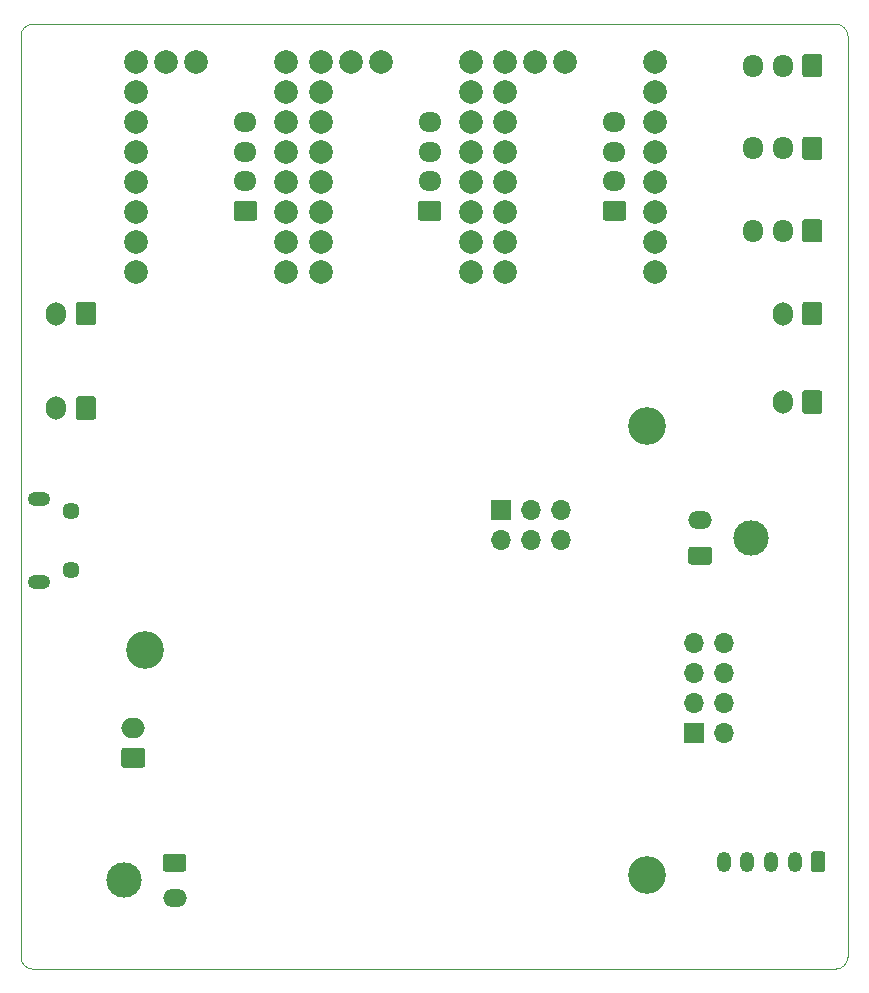
<source format=gbr>
G04 #@! TF.GenerationSoftware,KiCad,Pcbnew,5.1.5+dfsg1-2build2*
G04 #@! TF.CreationDate,2021-09-26T16:39:44+00:00*
G04 #@! TF.ProjectId,NeptuneToolboard,54726953-7465-4705-946f-6f6c626f6172,rev?*
G04 #@! TF.SameCoordinates,Original*
G04 #@! TF.FileFunction,Soldermask,Bot*
G04 #@! TF.FilePolarity,Negative*
%FSLAX46Y46*%
G04 Gerber Fmt 4.6, Leading zero omitted, Abs format (unit mm)*
G04 Created by KiCad (PCBNEW 5.1.5+dfsg1-2build2) date 2021-09-26 16:39:44*
%MOMM*%
%LPD*%
G04 APERTURE LIST*
G04 #@! TA.AperFunction,Profile*
%ADD10C,0.050000*%
G04 #@! TD*
%ADD11C,3.000000*%
%ADD12C,0.350000*%
%ADD13O,2.020000X1.500000*%
%ADD14O,2.000000X1.700000*%
%ADD15O,1.700000X1.700000*%
%ADD16R,1.700000X1.700000*%
%ADD17O,1.200000X1.750000*%
%ADD18C,2.000000*%
%ADD19O,1.700000X1.950000*%
%ADD20C,3.200000*%
%ADD21O,1.950000X1.700000*%
%ADD22O,1.700000X2.000000*%
%ADD23C,1.450000*%
%ADD24O,1.900000X1.200000*%
G04 APERTURE END LIST*
D10*
X140500000Y-132000000D02*
G75*
G02X139500000Y-131000000I0J1000000D01*
G01*
X209500000Y-131000000D02*
G75*
G02X208500000Y-132000000I-1000000J0D01*
G01*
X208500000Y-52000000D02*
G75*
G02X209500000Y-53000000I0J-1000000D01*
G01*
X139500000Y-53000000D02*
G75*
G02X140500000Y-52000000I1000000J0D01*
G01*
X140500000Y-52000000D02*
X208500000Y-52000000D01*
X139500000Y-131000000D02*
X139500000Y-53000000D01*
X208500000Y-132000000D02*
X140500000Y-132000000D01*
X209500000Y-53000000D02*
X209500000Y-131000000D01*
D11*
G04 #@! TO.C,J11*
X201320000Y-95500000D03*
D12*
G36*
X197784504Y-96251204D02*
G01*
X197808773Y-96254804D01*
X197832571Y-96260765D01*
X197855671Y-96269030D01*
X197877849Y-96279520D01*
X197898893Y-96292133D01*
X197918598Y-96306747D01*
X197936777Y-96323223D01*
X197953253Y-96341402D01*
X197967867Y-96361107D01*
X197980480Y-96382151D01*
X197990970Y-96404329D01*
X197999235Y-96427429D01*
X198005196Y-96451227D01*
X198008796Y-96475496D01*
X198010000Y-96500000D01*
X198010000Y-97500000D01*
X198008796Y-97524504D01*
X198005196Y-97548773D01*
X197999235Y-97572571D01*
X197990970Y-97595671D01*
X197980480Y-97617849D01*
X197967867Y-97638893D01*
X197953253Y-97658598D01*
X197936777Y-97676777D01*
X197918598Y-97693253D01*
X197898893Y-97707867D01*
X197877849Y-97720480D01*
X197855671Y-97730970D01*
X197832571Y-97739235D01*
X197808773Y-97745196D01*
X197784504Y-97748796D01*
X197760000Y-97750000D01*
X196240000Y-97750000D01*
X196215496Y-97748796D01*
X196191227Y-97745196D01*
X196167429Y-97739235D01*
X196144329Y-97730970D01*
X196122151Y-97720480D01*
X196101107Y-97707867D01*
X196081402Y-97693253D01*
X196063223Y-97676777D01*
X196046747Y-97658598D01*
X196032133Y-97638893D01*
X196019520Y-97617849D01*
X196009030Y-97595671D01*
X196000765Y-97572571D01*
X195994804Y-97548773D01*
X195991204Y-97524504D01*
X195990000Y-97500000D01*
X195990000Y-96500000D01*
X195991204Y-96475496D01*
X195994804Y-96451227D01*
X196000765Y-96427429D01*
X196009030Y-96404329D01*
X196019520Y-96382151D01*
X196032133Y-96361107D01*
X196046747Y-96341402D01*
X196063223Y-96323223D01*
X196081402Y-96306747D01*
X196101107Y-96292133D01*
X196122151Y-96279520D01*
X196144329Y-96269030D01*
X196167429Y-96260765D01*
X196191227Y-96254804D01*
X196215496Y-96251204D01*
X196240000Y-96250000D01*
X197760000Y-96250000D01*
X197784504Y-96251204D01*
G37*
D13*
X197000000Y-94000000D03*
G04 #@! TD*
D12*
G04 #@! TO.C,J10*
G36*
X149774504Y-113251204D02*
G01*
X149798773Y-113254804D01*
X149822571Y-113260765D01*
X149845671Y-113269030D01*
X149867849Y-113279520D01*
X149888893Y-113292133D01*
X149908598Y-113306747D01*
X149926777Y-113323223D01*
X149943253Y-113341402D01*
X149957867Y-113361107D01*
X149970480Y-113382151D01*
X149980970Y-113404329D01*
X149989235Y-113427429D01*
X149995196Y-113451227D01*
X149998796Y-113475496D01*
X150000000Y-113500000D01*
X150000000Y-114700000D01*
X149998796Y-114724504D01*
X149995196Y-114748773D01*
X149989235Y-114772571D01*
X149980970Y-114795671D01*
X149970480Y-114817849D01*
X149957867Y-114838893D01*
X149943253Y-114858598D01*
X149926777Y-114876777D01*
X149908598Y-114893253D01*
X149888893Y-114907867D01*
X149867849Y-114920480D01*
X149845671Y-114930970D01*
X149822571Y-114939235D01*
X149798773Y-114945196D01*
X149774504Y-114948796D01*
X149750000Y-114950000D01*
X148250000Y-114950000D01*
X148225496Y-114948796D01*
X148201227Y-114945196D01*
X148177429Y-114939235D01*
X148154329Y-114930970D01*
X148132151Y-114920480D01*
X148111107Y-114907867D01*
X148091402Y-114893253D01*
X148073223Y-114876777D01*
X148056747Y-114858598D01*
X148042133Y-114838893D01*
X148029520Y-114817849D01*
X148019030Y-114795671D01*
X148010765Y-114772571D01*
X148004804Y-114748773D01*
X148001204Y-114724504D01*
X148000000Y-114700000D01*
X148000000Y-113500000D01*
X148001204Y-113475496D01*
X148004804Y-113451227D01*
X148010765Y-113427429D01*
X148019030Y-113404329D01*
X148029520Y-113382151D01*
X148042133Y-113361107D01*
X148056747Y-113341402D01*
X148073223Y-113323223D01*
X148091402Y-113306747D01*
X148111107Y-113292133D01*
X148132151Y-113279520D01*
X148154329Y-113269030D01*
X148177429Y-113260765D01*
X148201227Y-113254804D01*
X148225496Y-113251204D01*
X148250000Y-113250000D01*
X149750000Y-113250000D01*
X149774504Y-113251204D01*
G37*
D14*
X149000000Y-111600000D03*
G04 #@! TD*
D11*
G04 #@! TO.C,J13*
X148180000Y-124500000D03*
D12*
G36*
X153284504Y-122251204D02*
G01*
X153308773Y-122254804D01*
X153332571Y-122260765D01*
X153355671Y-122269030D01*
X153377849Y-122279520D01*
X153398893Y-122292133D01*
X153418598Y-122306747D01*
X153436777Y-122323223D01*
X153453253Y-122341402D01*
X153467867Y-122361107D01*
X153480480Y-122382151D01*
X153490970Y-122404329D01*
X153499235Y-122427429D01*
X153505196Y-122451227D01*
X153508796Y-122475496D01*
X153510000Y-122500000D01*
X153510000Y-123500000D01*
X153508796Y-123524504D01*
X153505196Y-123548773D01*
X153499235Y-123572571D01*
X153490970Y-123595671D01*
X153480480Y-123617849D01*
X153467867Y-123638893D01*
X153453253Y-123658598D01*
X153436777Y-123676777D01*
X153418598Y-123693253D01*
X153398893Y-123707867D01*
X153377849Y-123720480D01*
X153355671Y-123730970D01*
X153332571Y-123739235D01*
X153308773Y-123745196D01*
X153284504Y-123748796D01*
X153260000Y-123750000D01*
X151740000Y-123750000D01*
X151715496Y-123748796D01*
X151691227Y-123745196D01*
X151667429Y-123739235D01*
X151644329Y-123730970D01*
X151622151Y-123720480D01*
X151601107Y-123707867D01*
X151581402Y-123693253D01*
X151563223Y-123676777D01*
X151546747Y-123658598D01*
X151532133Y-123638893D01*
X151519520Y-123617849D01*
X151509030Y-123595671D01*
X151500765Y-123572571D01*
X151494804Y-123548773D01*
X151491204Y-123524504D01*
X151490000Y-123500000D01*
X151490000Y-122500000D01*
X151491204Y-122475496D01*
X151494804Y-122451227D01*
X151500765Y-122427429D01*
X151509030Y-122404329D01*
X151519520Y-122382151D01*
X151532133Y-122361107D01*
X151546747Y-122341402D01*
X151563223Y-122323223D01*
X151581402Y-122306747D01*
X151601107Y-122292133D01*
X151622151Y-122279520D01*
X151644329Y-122269030D01*
X151667429Y-122260765D01*
X151691227Y-122254804D01*
X151715496Y-122251204D01*
X151740000Y-122250000D01*
X153260000Y-122250000D01*
X153284504Y-122251204D01*
G37*
D13*
X152500000Y-126000000D03*
G04 #@! TD*
D15*
G04 #@! TO.C,J17*
X199040000Y-104380000D03*
X196500000Y-104380000D03*
X199040000Y-106920000D03*
X196500000Y-106920000D03*
X199040000Y-109460000D03*
X196500000Y-109460000D03*
X199040000Y-112000000D03*
D16*
X196500000Y-112000000D03*
G04 #@! TD*
D17*
G04 #@! TO.C,J16*
X199000000Y-122900000D03*
X201000000Y-122900000D03*
X203000000Y-122900000D03*
X205000000Y-122900000D03*
D12*
G36*
X207374505Y-122026204D02*
G01*
X207398773Y-122029804D01*
X207422572Y-122035765D01*
X207445671Y-122044030D01*
X207467850Y-122054520D01*
X207488893Y-122067132D01*
X207508599Y-122081747D01*
X207526777Y-122098223D01*
X207543253Y-122116401D01*
X207557868Y-122136107D01*
X207570480Y-122157150D01*
X207580970Y-122179329D01*
X207589235Y-122202428D01*
X207595196Y-122226227D01*
X207598796Y-122250495D01*
X207600000Y-122274999D01*
X207600000Y-123525001D01*
X207598796Y-123549505D01*
X207595196Y-123573773D01*
X207589235Y-123597572D01*
X207580970Y-123620671D01*
X207570480Y-123642850D01*
X207557868Y-123663893D01*
X207543253Y-123683599D01*
X207526777Y-123701777D01*
X207508599Y-123718253D01*
X207488893Y-123732868D01*
X207467850Y-123745480D01*
X207445671Y-123755970D01*
X207422572Y-123764235D01*
X207398773Y-123770196D01*
X207374505Y-123773796D01*
X207350001Y-123775000D01*
X206649999Y-123775000D01*
X206625495Y-123773796D01*
X206601227Y-123770196D01*
X206577428Y-123764235D01*
X206554329Y-123755970D01*
X206532150Y-123745480D01*
X206511107Y-123732868D01*
X206491401Y-123718253D01*
X206473223Y-123701777D01*
X206456747Y-123683599D01*
X206442132Y-123663893D01*
X206429520Y-123642850D01*
X206419030Y-123620671D01*
X206410765Y-123597572D01*
X206404804Y-123573773D01*
X206401204Y-123549505D01*
X206400000Y-123525001D01*
X206400000Y-122274999D01*
X206401204Y-122250495D01*
X206404804Y-122226227D01*
X206410765Y-122202428D01*
X206419030Y-122179329D01*
X206429520Y-122157150D01*
X206442132Y-122136107D01*
X206456747Y-122116401D01*
X206473223Y-122098223D01*
X206491401Y-122081747D01*
X206511107Y-122067132D01*
X206532150Y-122054520D01*
X206554329Y-122044030D01*
X206577428Y-122035765D01*
X206601227Y-122029804D01*
X206625495Y-122026204D01*
X206649999Y-122025000D01*
X207350001Y-122025000D01*
X207374505Y-122026204D01*
G37*
G04 #@! TD*
D18*
G04 #@! TO.C,U5*
X151759999Y-55180000D03*
X154299999Y-55180000D03*
X149219999Y-55180000D03*
X149219999Y-57720000D03*
X149219999Y-60260000D03*
X149219999Y-62800000D03*
X149219999Y-65340000D03*
X149219999Y-67880000D03*
X149219999Y-70420000D03*
X149219999Y-72960000D03*
X161919999Y-55180000D03*
X161919999Y-57720000D03*
X161919999Y-60260000D03*
X161919999Y-62800000D03*
X161919999Y-65340000D03*
X161919999Y-67880000D03*
X161919999Y-70420000D03*
X161919999Y-72960000D03*
G04 #@! TD*
G04 #@! TO.C,U6*
X167399999Y-55180000D03*
X169939999Y-55180000D03*
X164859999Y-55180000D03*
X164859999Y-57720000D03*
X164859999Y-60260000D03*
X164859999Y-62800000D03*
X164859999Y-65340000D03*
X164859999Y-67880000D03*
X164859999Y-70420000D03*
X164859999Y-72960000D03*
X177559999Y-55180000D03*
X177559999Y-57720000D03*
X177559999Y-60260000D03*
X177559999Y-62800000D03*
X177559999Y-65340000D03*
X177559999Y-67880000D03*
X177559999Y-70420000D03*
X177559999Y-72960000D03*
G04 #@! TD*
G04 #@! TO.C,U7*
X183039999Y-55180000D03*
X185579999Y-55180000D03*
X180499999Y-55180000D03*
X180499999Y-57720000D03*
X180499999Y-60260000D03*
X180499999Y-62800000D03*
X180499999Y-65340000D03*
X180499999Y-67880000D03*
X180499999Y-70420000D03*
X180499999Y-72960000D03*
X193199999Y-55180000D03*
X193199999Y-57720000D03*
X193199999Y-60260000D03*
X193199999Y-62800000D03*
X193199999Y-65340000D03*
X193199999Y-67880000D03*
X193199999Y-70420000D03*
X193199999Y-72960000D03*
G04 #@! TD*
D19*
G04 #@! TO.C,J15*
X201500000Y-69500000D03*
X204000000Y-69500000D03*
D12*
G36*
X207124504Y-68526204D02*
G01*
X207148773Y-68529804D01*
X207172571Y-68535765D01*
X207195671Y-68544030D01*
X207217849Y-68554520D01*
X207238893Y-68567133D01*
X207258598Y-68581747D01*
X207276777Y-68598223D01*
X207293253Y-68616402D01*
X207307867Y-68636107D01*
X207320480Y-68657151D01*
X207330970Y-68679329D01*
X207339235Y-68702429D01*
X207345196Y-68726227D01*
X207348796Y-68750496D01*
X207350000Y-68775000D01*
X207350000Y-70225000D01*
X207348796Y-70249504D01*
X207345196Y-70273773D01*
X207339235Y-70297571D01*
X207330970Y-70320671D01*
X207320480Y-70342849D01*
X207307867Y-70363893D01*
X207293253Y-70383598D01*
X207276777Y-70401777D01*
X207258598Y-70418253D01*
X207238893Y-70432867D01*
X207217849Y-70445480D01*
X207195671Y-70455970D01*
X207172571Y-70464235D01*
X207148773Y-70470196D01*
X207124504Y-70473796D01*
X207100000Y-70475000D01*
X205900000Y-70475000D01*
X205875496Y-70473796D01*
X205851227Y-70470196D01*
X205827429Y-70464235D01*
X205804329Y-70455970D01*
X205782151Y-70445480D01*
X205761107Y-70432867D01*
X205741402Y-70418253D01*
X205723223Y-70401777D01*
X205706747Y-70383598D01*
X205692133Y-70363893D01*
X205679520Y-70342849D01*
X205669030Y-70320671D01*
X205660765Y-70297571D01*
X205654804Y-70273773D01*
X205651204Y-70249504D01*
X205650000Y-70225000D01*
X205650000Y-68775000D01*
X205651204Y-68750496D01*
X205654804Y-68726227D01*
X205660765Y-68702429D01*
X205669030Y-68679329D01*
X205679520Y-68657151D01*
X205692133Y-68636107D01*
X205706747Y-68616402D01*
X205723223Y-68598223D01*
X205741402Y-68581747D01*
X205761107Y-68567133D01*
X205782151Y-68554520D01*
X205804329Y-68544030D01*
X205827429Y-68535765D01*
X205851227Y-68529804D01*
X205875496Y-68526204D01*
X205900000Y-68525000D01*
X207100000Y-68525000D01*
X207124504Y-68526204D01*
G37*
G04 #@! TD*
D20*
G04 #@! TO.C,H3*
X192500000Y-124000000D03*
G04 #@! TD*
G04 #@! TO.C,H2*
X192500000Y-86000000D03*
G04 #@! TD*
G04 #@! TO.C,H1*
X150000000Y-105000000D03*
G04 #@! TD*
D16*
G04 #@! TO.C,J1*
X180100000Y-93100000D03*
D15*
X180100000Y-95640000D03*
X182640000Y-93100000D03*
X182640000Y-95640000D03*
X185180000Y-93100000D03*
X185180000Y-95640000D03*
G04 #@! TD*
D21*
G04 #@! TO.C,J2*
X158500000Y-60300000D03*
X158500000Y-62800000D03*
X158500000Y-65300000D03*
D12*
G36*
X159249504Y-66951204D02*
G01*
X159273773Y-66954804D01*
X159297571Y-66960765D01*
X159320671Y-66969030D01*
X159342849Y-66979520D01*
X159363893Y-66992133D01*
X159383598Y-67006747D01*
X159401777Y-67023223D01*
X159418253Y-67041402D01*
X159432867Y-67061107D01*
X159445480Y-67082151D01*
X159455970Y-67104329D01*
X159464235Y-67127429D01*
X159470196Y-67151227D01*
X159473796Y-67175496D01*
X159475000Y-67200000D01*
X159475000Y-68400000D01*
X159473796Y-68424504D01*
X159470196Y-68448773D01*
X159464235Y-68472571D01*
X159455970Y-68495671D01*
X159445480Y-68517849D01*
X159432867Y-68538893D01*
X159418253Y-68558598D01*
X159401777Y-68576777D01*
X159383598Y-68593253D01*
X159363893Y-68607867D01*
X159342849Y-68620480D01*
X159320671Y-68630970D01*
X159297571Y-68639235D01*
X159273773Y-68645196D01*
X159249504Y-68648796D01*
X159225000Y-68650000D01*
X157775000Y-68650000D01*
X157750496Y-68648796D01*
X157726227Y-68645196D01*
X157702429Y-68639235D01*
X157679329Y-68630970D01*
X157657151Y-68620480D01*
X157636107Y-68607867D01*
X157616402Y-68593253D01*
X157598223Y-68576777D01*
X157581747Y-68558598D01*
X157567133Y-68538893D01*
X157554520Y-68517849D01*
X157544030Y-68495671D01*
X157535765Y-68472571D01*
X157529804Y-68448773D01*
X157526204Y-68424504D01*
X157525000Y-68400000D01*
X157525000Y-67200000D01*
X157526204Y-67175496D01*
X157529804Y-67151227D01*
X157535765Y-67127429D01*
X157544030Y-67104329D01*
X157554520Y-67082151D01*
X157567133Y-67061107D01*
X157581747Y-67041402D01*
X157598223Y-67023223D01*
X157616402Y-67006747D01*
X157636107Y-66992133D01*
X157657151Y-66979520D01*
X157679329Y-66969030D01*
X157702429Y-66960765D01*
X157726227Y-66954804D01*
X157750496Y-66951204D01*
X157775000Y-66950000D01*
X159225000Y-66950000D01*
X159249504Y-66951204D01*
G37*
G04 #@! TD*
G04 #@! TO.C,J3*
G36*
X174849504Y-66951204D02*
G01*
X174873773Y-66954804D01*
X174897571Y-66960765D01*
X174920671Y-66969030D01*
X174942849Y-66979520D01*
X174963893Y-66992133D01*
X174983598Y-67006747D01*
X175001777Y-67023223D01*
X175018253Y-67041402D01*
X175032867Y-67061107D01*
X175045480Y-67082151D01*
X175055970Y-67104329D01*
X175064235Y-67127429D01*
X175070196Y-67151227D01*
X175073796Y-67175496D01*
X175075000Y-67200000D01*
X175075000Y-68400000D01*
X175073796Y-68424504D01*
X175070196Y-68448773D01*
X175064235Y-68472571D01*
X175055970Y-68495671D01*
X175045480Y-68517849D01*
X175032867Y-68538893D01*
X175018253Y-68558598D01*
X175001777Y-68576777D01*
X174983598Y-68593253D01*
X174963893Y-68607867D01*
X174942849Y-68620480D01*
X174920671Y-68630970D01*
X174897571Y-68639235D01*
X174873773Y-68645196D01*
X174849504Y-68648796D01*
X174825000Y-68650000D01*
X173375000Y-68650000D01*
X173350496Y-68648796D01*
X173326227Y-68645196D01*
X173302429Y-68639235D01*
X173279329Y-68630970D01*
X173257151Y-68620480D01*
X173236107Y-68607867D01*
X173216402Y-68593253D01*
X173198223Y-68576777D01*
X173181747Y-68558598D01*
X173167133Y-68538893D01*
X173154520Y-68517849D01*
X173144030Y-68495671D01*
X173135765Y-68472571D01*
X173129804Y-68448773D01*
X173126204Y-68424504D01*
X173125000Y-68400000D01*
X173125000Y-67200000D01*
X173126204Y-67175496D01*
X173129804Y-67151227D01*
X173135765Y-67127429D01*
X173144030Y-67104329D01*
X173154520Y-67082151D01*
X173167133Y-67061107D01*
X173181747Y-67041402D01*
X173198223Y-67023223D01*
X173216402Y-67006747D01*
X173236107Y-66992133D01*
X173257151Y-66979520D01*
X173279329Y-66969030D01*
X173302429Y-66960765D01*
X173326227Y-66954804D01*
X173350496Y-66951204D01*
X173375000Y-66950000D01*
X174825000Y-66950000D01*
X174849504Y-66951204D01*
G37*
D21*
X174100000Y-65300000D03*
X174100000Y-62800000D03*
X174100000Y-60300000D03*
G04 #@! TD*
G04 #@! TO.C,J4*
X189750000Y-60300000D03*
X189750000Y-62800000D03*
X189750000Y-65300000D03*
D12*
G36*
X190499504Y-66951204D02*
G01*
X190523773Y-66954804D01*
X190547571Y-66960765D01*
X190570671Y-66969030D01*
X190592849Y-66979520D01*
X190613893Y-66992133D01*
X190633598Y-67006747D01*
X190651777Y-67023223D01*
X190668253Y-67041402D01*
X190682867Y-67061107D01*
X190695480Y-67082151D01*
X190705970Y-67104329D01*
X190714235Y-67127429D01*
X190720196Y-67151227D01*
X190723796Y-67175496D01*
X190725000Y-67200000D01*
X190725000Y-68400000D01*
X190723796Y-68424504D01*
X190720196Y-68448773D01*
X190714235Y-68472571D01*
X190705970Y-68495671D01*
X190695480Y-68517849D01*
X190682867Y-68538893D01*
X190668253Y-68558598D01*
X190651777Y-68576777D01*
X190633598Y-68593253D01*
X190613893Y-68607867D01*
X190592849Y-68620480D01*
X190570671Y-68630970D01*
X190547571Y-68639235D01*
X190523773Y-68645196D01*
X190499504Y-68648796D01*
X190475000Y-68650000D01*
X189025000Y-68650000D01*
X189000496Y-68648796D01*
X188976227Y-68645196D01*
X188952429Y-68639235D01*
X188929329Y-68630970D01*
X188907151Y-68620480D01*
X188886107Y-68607867D01*
X188866402Y-68593253D01*
X188848223Y-68576777D01*
X188831747Y-68558598D01*
X188817133Y-68538893D01*
X188804520Y-68517849D01*
X188794030Y-68495671D01*
X188785765Y-68472571D01*
X188779804Y-68448773D01*
X188776204Y-68424504D01*
X188775000Y-68400000D01*
X188775000Y-67200000D01*
X188776204Y-67175496D01*
X188779804Y-67151227D01*
X188785765Y-67127429D01*
X188794030Y-67104329D01*
X188804520Y-67082151D01*
X188817133Y-67061107D01*
X188831747Y-67041402D01*
X188848223Y-67023223D01*
X188866402Y-67006747D01*
X188886107Y-66992133D01*
X188907151Y-66979520D01*
X188929329Y-66969030D01*
X188952429Y-66960765D01*
X188976227Y-66954804D01*
X189000496Y-66951204D01*
X189025000Y-66950000D01*
X190475000Y-66950000D01*
X190499504Y-66951204D01*
G37*
G04 #@! TD*
D19*
G04 #@! TO.C,J12*
X201500000Y-62500000D03*
X204000000Y-62500000D03*
D12*
G36*
X207124504Y-61526204D02*
G01*
X207148773Y-61529804D01*
X207172571Y-61535765D01*
X207195671Y-61544030D01*
X207217849Y-61554520D01*
X207238893Y-61567133D01*
X207258598Y-61581747D01*
X207276777Y-61598223D01*
X207293253Y-61616402D01*
X207307867Y-61636107D01*
X207320480Y-61657151D01*
X207330970Y-61679329D01*
X207339235Y-61702429D01*
X207345196Y-61726227D01*
X207348796Y-61750496D01*
X207350000Y-61775000D01*
X207350000Y-63225000D01*
X207348796Y-63249504D01*
X207345196Y-63273773D01*
X207339235Y-63297571D01*
X207330970Y-63320671D01*
X207320480Y-63342849D01*
X207307867Y-63363893D01*
X207293253Y-63383598D01*
X207276777Y-63401777D01*
X207258598Y-63418253D01*
X207238893Y-63432867D01*
X207217849Y-63445480D01*
X207195671Y-63455970D01*
X207172571Y-63464235D01*
X207148773Y-63470196D01*
X207124504Y-63473796D01*
X207100000Y-63475000D01*
X205900000Y-63475000D01*
X205875496Y-63473796D01*
X205851227Y-63470196D01*
X205827429Y-63464235D01*
X205804329Y-63455970D01*
X205782151Y-63445480D01*
X205761107Y-63432867D01*
X205741402Y-63418253D01*
X205723223Y-63401777D01*
X205706747Y-63383598D01*
X205692133Y-63363893D01*
X205679520Y-63342849D01*
X205669030Y-63320671D01*
X205660765Y-63297571D01*
X205654804Y-63273773D01*
X205651204Y-63249504D01*
X205650000Y-63225000D01*
X205650000Y-61775000D01*
X205651204Y-61750496D01*
X205654804Y-61726227D01*
X205660765Y-61702429D01*
X205669030Y-61679329D01*
X205679520Y-61657151D01*
X205692133Y-61636107D01*
X205706747Y-61616402D01*
X205723223Y-61598223D01*
X205741402Y-61581747D01*
X205761107Y-61567133D01*
X205782151Y-61554520D01*
X205804329Y-61544030D01*
X205827429Y-61535765D01*
X205851227Y-61529804D01*
X205875496Y-61526204D01*
X205900000Y-61525000D01*
X207100000Y-61525000D01*
X207124504Y-61526204D01*
G37*
G04 #@! TD*
G04 #@! TO.C,J9*
G36*
X207124504Y-54526204D02*
G01*
X207148773Y-54529804D01*
X207172571Y-54535765D01*
X207195671Y-54544030D01*
X207217849Y-54554520D01*
X207238893Y-54567133D01*
X207258598Y-54581747D01*
X207276777Y-54598223D01*
X207293253Y-54616402D01*
X207307867Y-54636107D01*
X207320480Y-54657151D01*
X207330970Y-54679329D01*
X207339235Y-54702429D01*
X207345196Y-54726227D01*
X207348796Y-54750496D01*
X207350000Y-54775000D01*
X207350000Y-56225000D01*
X207348796Y-56249504D01*
X207345196Y-56273773D01*
X207339235Y-56297571D01*
X207330970Y-56320671D01*
X207320480Y-56342849D01*
X207307867Y-56363893D01*
X207293253Y-56383598D01*
X207276777Y-56401777D01*
X207258598Y-56418253D01*
X207238893Y-56432867D01*
X207217849Y-56445480D01*
X207195671Y-56455970D01*
X207172571Y-56464235D01*
X207148773Y-56470196D01*
X207124504Y-56473796D01*
X207100000Y-56475000D01*
X205900000Y-56475000D01*
X205875496Y-56473796D01*
X205851227Y-56470196D01*
X205827429Y-56464235D01*
X205804329Y-56455970D01*
X205782151Y-56445480D01*
X205761107Y-56432867D01*
X205741402Y-56418253D01*
X205723223Y-56401777D01*
X205706747Y-56383598D01*
X205692133Y-56363893D01*
X205679520Y-56342849D01*
X205669030Y-56320671D01*
X205660765Y-56297571D01*
X205654804Y-56273773D01*
X205651204Y-56249504D01*
X205650000Y-56225000D01*
X205650000Y-54775000D01*
X205651204Y-54750496D01*
X205654804Y-54726227D01*
X205660765Y-54702429D01*
X205669030Y-54679329D01*
X205679520Y-54657151D01*
X205692133Y-54636107D01*
X205706747Y-54616402D01*
X205723223Y-54598223D01*
X205741402Y-54581747D01*
X205761107Y-54567133D01*
X205782151Y-54554520D01*
X205804329Y-54544030D01*
X205827429Y-54535765D01*
X205851227Y-54529804D01*
X205875496Y-54526204D01*
X205900000Y-54525000D01*
X207100000Y-54525000D01*
X207124504Y-54526204D01*
G37*
D19*
X204000000Y-55500000D03*
X201500000Y-55500000D03*
G04 #@! TD*
D22*
G04 #@! TO.C,J6*
X204000000Y-84000000D03*
D12*
G36*
X207124504Y-83001204D02*
G01*
X207148773Y-83004804D01*
X207172571Y-83010765D01*
X207195671Y-83019030D01*
X207217849Y-83029520D01*
X207238893Y-83042133D01*
X207258598Y-83056747D01*
X207276777Y-83073223D01*
X207293253Y-83091402D01*
X207307867Y-83111107D01*
X207320480Y-83132151D01*
X207330970Y-83154329D01*
X207339235Y-83177429D01*
X207345196Y-83201227D01*
X207348796Y-83225496D01*
X207350000Y-83250000D01*
X207350000Y-84750000D01*
X207348796Y-84774504D01*
X207345196Y-84798773D01*
X207339235Y-84822571D01*
X207330970Y-84845671D01*
X207320480Y-84867849D01*
X207307867Y-84888893D01*
X207293253Y-84908598D01*
X207276777Y-84926777D01*
X207258598Y-84943253D01*
X207238893Y-84957867D01*
X207217849Y-84970480D01*
X207195671Y-84980970D01*
X207172571Y-84989235D01*
X207148773Y-84995196D01*
X207124504Y-84998796D01*
X207100000Y-85000000D01*
X205900000Y-85000000D01*
X205875496Y-84998796D01*
X205851227Y-84995196D01*
X205827429Y-84989235D01*
X205804329Y-84980970D01*
X205782151Y-84970480D01*
X205761107Y-84957867D01*
X205741402Y-84943253D01*
X205723223Y-84926777D01*
X205706747Y-84908598D01*
X205692133Y-84888893D01*
X205679520Y-84867849D01*
X205669030Y-84845671D01*
X205660765Y-84822571D01*
X205654804Y-84798773D01*
X205651204Y-84774504D01*
X205650000Y-84750000D01*
X205650000Y-83250000D01*
X205651204Y-83225496D01*
X205654804Y-83201227D01*
X205660765Y-83177429D01*
X205669030Y-83154329D01*
X205679520Y-83132151D01*
X205692133Y-83111107D01*
X205706747Y-83091402D01*
X205723223Y-83073223D01*
X205741402Y-83056747D01*
X205761107Y-83042133D01*
X205782151Y-83029520D01*
X205804329Y-83019030D01*
X205827429Y-83010765D01*
X205851227Y-83004804D01*
X205875496Y-83001204D01*
X205900000Y-83000000D01*
X207100000Y-83000000D01*
X207124504Y-83001204D01*
G37*
G04 #@! TD*
G04 #@! TO.C,J7*
G36*
X207124504Y-75501204D02*
G01*
X207148773Y-75504804D01*
X207172571Y-75510765D01*
X207195671Y-75519030D01*
X207217849Y-75529520D01*
X207238893Y-75542133D01*
X207258598Y-75556747D01*
X207276777Y-75573223D01*
X207293253Y-75591402D01*
X207307867Y-75611107D01*
X207320480Y-75632151D01*
X207330970Y-75654329D01*
X207339235Y-75677429D01*
X207345196Y-75701227D01*
X207348796Y-75725496D01*
X207350000Y-75750000D01*
X207350000Y-77250000D01*
X207348796Y-77274504D01*
X207345196Y-77298773D01*
X207339235Y-77322571D01*
X207330970Y-77345671D01*
X207320480Y-77367849D01*
X207307867Y-77388893D01*
X207293253Y-77408598D01*
X207276777Y-77426777D01*
X207258598Y-77443253D01*
X207238893Y-77457867D01*
X207217849Y-77470480D01*
X207195671Y-77480970D01*
X207172571Y-77489235D01*
X207148773Y-77495196D01*
X207124504Y-77498796D01*
X207100000Y-77500000D01*
X205900000Y-77500000D01*
X205875496Y-77498796D01*
X205851227Y-77495196D01*
X205827429Y-77489235D01*
X205804329Y-77480970D01*
X205782151Y-77470480D01*
X205761107Y-77457867D01*
X205741402Y-77443253D01*
X205723223Y-77426777D01*
X205706747Y-77408598D01*
X205692133Y-77388893D01*
X205679520Y-77367849D01*
X205669030Y-77345671D01*
X205660765Y-77322571D01*
X205654804Y-77298773D01*
X205651204Y-77274504D01*
X205650000Y-77250000D01*
X205650000Y-75750000D01*
X205651204Y-75725496D01*
X205654804Y-75701227D01*
X205660765Y-75677429D01*
X205669030Y-75654329D01*
X205679520Y-75632151D01*
X205692133Y-75611107D01*
X205706747Y-75591402D01*
X205723223Y-75573223D01*
X205741402Y-75556747D01*
X205761107Y-75542133D01*
X205782151Y-75529520D01*
X205804329Y-75519030D01*
X205827429Y-75510765D01*
X205851227Y-75504804D01*
X205875496Y-75501204D01*
X205900000Y-75500000D01*
X207100000Y-75500000D01*
X207124504Y-75501204D01*
G37*
D22*
X204000000Y-76500000D03*
G04 #@! TD*
G04 #@! TO.C,J5*
X142500000Y-76500000D03*
D12*
G36*
X145624504Y-75501204D02*
G01*
X145648773Y-75504804D01*
X145672571Y-75510765D01*
X145695671Y-75519030D01*
X145717849Y-75529520D01*
X145738893Y-75542133D01*
X145758598Y-75556747D01*
X145776777Y-75573223D01*
X145793253Y-75591402D01*
X145807867Y-75611107D01*
X145820480Y-75632151D01*
X145830970Y-75654329D01*
X145839235Y-75677429D01*
X145845196Y-75701227D01*
X145848796Y-75725496D01*
X145850000Y-75750000D01*
X145850000Y-77250000D01*
X145848796Y-77274504D01*
X145845196Y-77298773D01*
X145839235Y-77322571D01*
X145830970Y-77345671D01*
X145820480Y-77367849D01*
X145807867Y-77388893D01*
X145793253Y-77408598D01*
X145776777Y-77426777D01*
X145758598Y-77443253D01*
X145738893Y-77457867D01*
X145717849Y-77470480D01*
X145695671Y-77480970D01*
X145672571Y-77489235D01*
X145648773Y-77495196D01*
X145624504Y-77498796D01*
X145600000Y-77500000D01*
X144400000Y-77500000D01*
X144375496Y-77498796D01*
X144351227Y-77495196D01*
X144327429Y-77489235D01*
X144304329Y-77480970D01*
X144282151Y-77470480D01*
X144261107Y-77457867D01*
X144241402Y-77443253D01*
X144223223Y-77426777D01*
X144206747Y-77408598D01*
X144192133Y-77388893D01*
X144179520Y-77367849D01*
X144169030Y-77345671D01*
X144160765Y-77322571D01*
X144154804Y-77298773D01*
X144151204Y-77274504D01*
X144150000Y-77250000D01*
X144150000Y-75750000D01*
X144151204Y-75725496D01*
X144154804Y-75701227D01*
X144160765Y-75677429D01*
X144169030Y-75654329D01*
X144179520Y-75632151D01*
X144192133Y-75611107D01*
X144206747Y-75591402D01*
X144223223Y-75573223D01*
X144241402Y-75556747D01*
X144261107Y-75542133D01*
X144282151Y-75529520D01*
X144304329Y-75519030D01*
X144327429Y-75510765D01*
X144351227Y-75504804D01*
X144375496Y-75501204D01*
X144400000Y-75500000D01*
X145600000Y-75500000D01*
X145624504Y-75501204D01*
G37*
G04 #@! TD*
G04 #@! TO.C,J8*
G36*
X145624504Y-83501204D02*
G01*
X145648773Y-83504804D01*
X145672571Y-83510765D01*
X145695671Y-83519030D01*
X145717849Y-83529520D01*
X145738893Y-83542133D01*
X145758598Y-83556747D01*
X145776777Y-83573223D01*
X145793253Y-83591402D01*
X145807867Y-83611107D01*
X145820480Y-83632151D01*
X145830970Y-83654329D01*
X145839235Y-83677429D01*
X145845196Y-83701227D01*
X145848796Y-83725496D01*
X145850000Y-83750000D01*
X145850000Y-85250000D01*
X145848796Y-85274504D01*
X145845196Y-85298773D01*
X145839235Y-85322571D01*
X145830970Y-85345671D01*
X145820480Y-85367849D01*
X145807867Y-85388893D01*
X145793253Y-85408598D01*
X145776777Y-85426777D01*
X145758598Y-85443253D01*
X145738893Y-85457867D01*
X145717849Y-85470480D01*
X145695671Y-85480970D01*
X145672571Y-85489235D01*
X145648773Y-85495196D01*
X145624504Y-85498796D01*
X145600000Y-85500000D01*
X144400000Y-85500000D01*
X144375496Y-85498796D01*
X144351227Y-85495196D01*
X144327429Y-85489235D01*
X144304329Y-85480970D01*
X144282151Y-85470480D01*
X144261107Y-85457867D01*
X144241402Y-85443253D01*
X144223223Y-85426777D01*
X144206747Y-85408598D01*
X144192133Y-85388893D01*
X144179520Y-85367849D01*
X144169030Y-85345671D01*
X144160765Y-85322571D01*
X144154804Y-85298773D01*
X144151204Y-85274504D01*
X144150000Y-85250000D01*
X144150000Y-83750000D01*
X144151204Y-83725496D01*
X144154804Y-83701227D01*
X144160765Y-83677429D01*
X144169030Y-83654329D01*
X144179520Y-83632151D01*
X144192133Y-83611107D01*
X144206747Y-83591402D01*
X144223223Y-83573223D01*
X144241402Y-83556747D01*
X144261107Y-83542133D01*
X144282151Y-83529520D01*
X144304329Y-83519030D01*
X144327429Y-83510765D01*
X144351227Y-83504804D01*
X144375496Y-83501204D01*
X144400000Y-83500000D01*
X145600000Y-83500000D01*
X145624504Y-83501204D01*
G37*
D22*
X142500000Y-84500000D03*
G04 #@! TD*
D23*
G04 #@! TO.C,J14*
X143762500Y-93200000D03*
X143762500Y-98200000D03*
D24*
X141062500Y-92200000D03*
X141062500Y-99200000D03*
G04 #@! TD*
M02*

</source>
